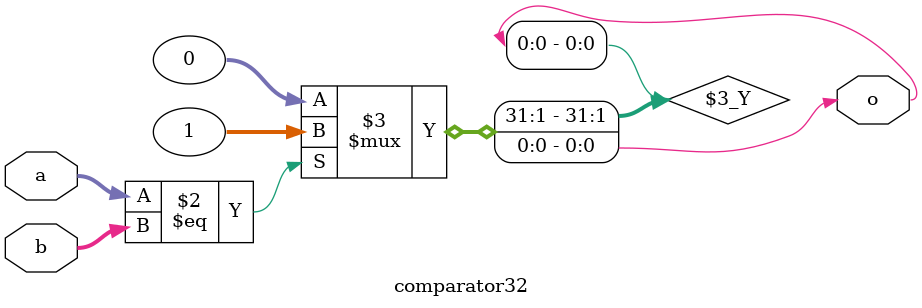
<source format=v>
module comparator32(input [31:0] a, b, output reg o);
	always@ (*) o = a == b ? 1 : 0;
endmodule
</source>
